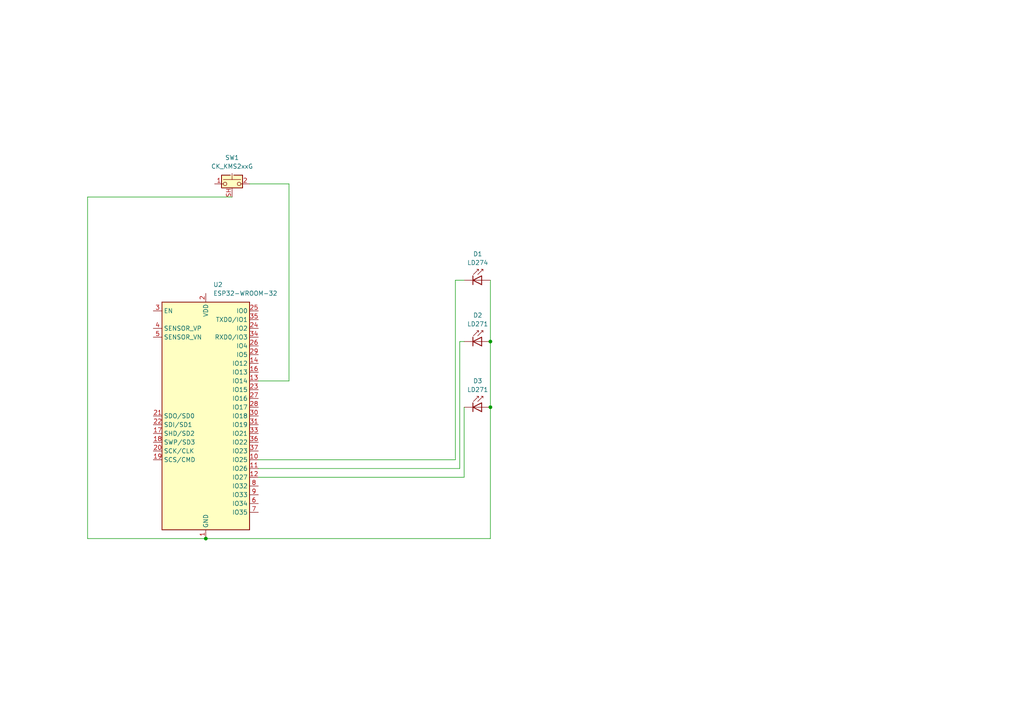
<source format=kicad_sch>
(kicad_sch
	(version 20250114)
	(generator "eeschema")
	(generator_version "9.0")
	(uuid "03b296f6-108b-46b8-b296-a5f8e48db2b1")
	(paper "A4")
	(lib_symbols
		(symbol "LED:LD271"
			(pin_numbers
				(hide yes)
			)
			(pin_names
				(offset 1.016)
				(hide yes)
			)
			(exclude_from_sim no)
			(in_bom yes)
			(on_board yes)
			(property "Reference" "D"
				(at 0.508 1.778 0)
				(effects
					(font
						(size 1.27 1.27)
					)
					(justify left)
				)
			)
			(property "Value" "LD271"
				(at -1.016 -2.794 0)
				(effects
					(font
						(size 1.27 1.27)
					)
				)
			)
			(property "Footprint" "LED_THT:LED_D5.0mm_IRGrey"
				(at 0 4.445 0)
				(effects
					(font
						(size 1.27 1.27)
					)
					(hide yes)
				)
			)
			(property "Datasheet" "http://www.alliedelec.com/m/d/40788c34903a719969df15f1fbea1056.pdf"
				(at -1.27 0 0)
				(effects
					(font
						(size 1.27 1.27)
					)
					(hide yes)
				)
			)
			(property "Description" "940nm IR-LED, 5mm"
				(at 0 0 0)
				(effects
					(font
						(size 1.27 1.27)
					)
					(hide yes)
				)
			)
			(property "ki_keywords" "IR LED"
				(at 0 0 0)
				(effects
					(font
						(size 1.27 1.27)
					)
					(hide yes)
				)
			)
			(property "ki_fp_filters" "LED*5.0mm*IRGrey*"
				(at 0 0 0)
				(effects
					(font
						(size 1.27 1.27)
					)
					(hide yes)
				)
			)
			(symbol "LD271_0_1"
				(polyline
					(pts
						(xy -2.54 1.27) (xy -2.54 -1.27)
					)
					(stroke
						(width 0.254)
						(type default)
					)
					(fill
						(type none)
					)
				)
				(polyline
					(pts
						(xy -2.413 1.651) (xy -0.889 3.175) (xy -0.889 2.667) (xy -0.889 3.175) (xy -1.397 3.175)
					)
					(stroke
						(width 0)
						(type default)
					)
					(fill
						(type none)
					)
				)
				(polyline
					(pts
						(xy -1.143 1.651) (xy 0.381 3.175) (xy 0.381 2.667)
					)
					(stroke
						(width 0)
						(type default)
					)
					(fill
						(type none)
					)
				)
				(polyline
					(pts
						(xy 0 0) (xy -2.54 0)
					)
					(stroke
						(width 0)
						(type default)
					)
					(fill
						(type none)
					)
				)
				(polyline
					(pts
						(xy 0 -1.27) (xy -2.54 0) (xy 0 1.27) (xy 0 -1.27)
					)
					(stroke
						(width 0.254)
						(type default)
					)
					(fill
						(type none)
					)
				)
				(polyline
					(pts
						(xy 0.381 3.175) (xy -0.127 3.175)
					)
					(stroke
						(width 0)
						(type default)
					)
					(fill
						(type none)
					)
				)
			)
			(symbol "LD271_1_1"
				(pin passive line
					(at -5.08 0 0)
					(length 2.54)
					(name "K"
						(effects
							(font
								(size 1.27 1.27)
							)
						)
					)
					(number "1"
						(effects
							(font
								(size 1.27 1.27)
							)
						)
					)
				)
				(pin passive line
					(at 2.54 0 180)
					(length 2.54)
					(name "A"
						(effects
							(font
								(size 1.27 1.27)
							)
						)
					)
					(number "2"
						(effects
							(font
								(size 1.27 1.27)
							)
						)
					)
				)
			)
			(embedded_fonts no)
		)
		(symbol "LED:LD274"
			(pin_numbers
				(hide yes)
			)
			(pin_names
				(offset 1.016)
				(hide yes)
			)
			(exclude_from_sim no)
			(in_bom yes)
			(on_board yes)
			(property "Reference" "D"
				(at 0.508 1.778 0)
				(effects
					(font
						(size 1.27 1.27)
					)
					(justify left)
				)
			)
			(property "Value" "LD274"
				(at -1.016 -2.794 0)
				(effects
					(font
						(size 1.27 1.27)
					)
				)
			)
			(property "Footprint" "LED_THT:LED_D5.0mm_IRGrey"
				(at 0 4.445 0)
				(effects
					(font
						(size 1.27 1.27)
					)
					(hide yes)
				)
			)
			(property "Datasheet" "http://pdf.datasheetcatalog.com/datasheet/siemens/LD274.pdf"
				(at -1.27 0 0)
				(effects
					(font
						(size 1.27 1.27)
					)
					(hide yes)
				)
			)
			(property "Description" "950nm IR-LED, 5mm"
				(at 0 0 0)
				(effects
					(font
						(size 1.27 1.27)
					)
					(hide yes)
				)
			)
			(property "ki_keywords" "IR LED"
				(at 0 0 0)
				(effects
					(font
						(size 1.27 1.27)
					)
					(hide yes)
				)
			)
			(property "ki_fp_filters" "LED*5.0mm*IRGrey*"
				(at 0 0 0)
				(effects
					(font
						(size 1.27 1.27)
					)
					(hide yes)
				)
			)
			(symbol "LD274_0_1"
				(polyline
					(pts
						(xy -2.54 1.27) (xy -2.54 -1.27)
					)
					(stroke
						(width 0.254)
						(type default)
					)
					(fill
						(type none)
					)
				)
				(polyline
					(pts
						(xy -2.413 1.651) (xy -0.889 3.175) (xy -0.889 2.667) (xy -0.889 3.175) (xy -1.397 3.175)
					)
					(stroke
						(width 0)
						(type default)
					)
					(fill
						(type none)
					)
				)
				(polyline
					(pts
						(xy -1.143 1.651) (xy 0.381 3.175) (xy 0.381 2.667)
					)
					(stroke
						(width 0)
						(type default)
					)
					(fill
						(type none)
					)
				)
				(polyline
					(pts
						(xy 0 0) (xy -2.54 0)
					)
					(stroke
						(width 0)
						(type default)
					)
					(fill
						(type none)
					)
				)
				(polyline
					(pts
						(xy 0 -1.27) (xy -2.54 0) (xy 0 1.27) (xy 0 -1.27)
					)
					(stroke
						(width 0.254)
						(type default)
					)
					(fill
						(type none)
					)
				)
				(polyline
					(pts
						(xy 0.381 3.175) (xy -0.127 3.175)
					)
					(stroke
						(width 0)
						(type default)
					)
					(fill
						(type none)
					)
				)
			)
			(symbol "LD274_1_1"
				(pin passive line
					(at -5.08 0 0)
					(length 2.54)
					(name "K"
						(effects
							(font
								(size 1.27 1.27)
							)
						)
					)
					(number "1"
						(effects
							(font
								(size 1.27 1.27)
							)
						)
					)
				)
				(pin passive line
					(at 2.54 0 180)
					(length 2.54)
					(name "A"
						(effects
							(font
								(size 1.27 1.27)
							)
						)
					)
					(number "2"
						(effects
							(font
								(size 1.27 1.27)
							)
						)
					)
				)
			)
			(embedded_fonts no)
		)
		(symbol "RF_Module:ESP32-WROOM-32"
			(exclude_from_sim no)
			(in_bom yes)
			(on_board yes)
			(property "Reference" "U"
				(at -12.7 34.29 0)
				(effects
					(font
						(size 1.27 1.27)
					)
					(justify left)
				)
			)
			(property "Value" "ESP32-WROOM-32"
				(at 1.27 34.29 0)
				(effects
					(font
						(size 1.27 1.27)
					)
					(justify left)
				)
			)
			(property "Footprint" "RF_Module:ESP32-WROOM-32"
				(at 0 -38.1 0)
				(effects
					(font
						(size 1.27 1.27)
					)
					(hide yes)
				)
			)
			(property "Datasheet" "https://www.espressif.com/sites/default/files/documentation/esp32-wroom-32_datasheet_en.pdf"
				(at -7.62 1.27 0)
				(effects
					(font
						(size 1.27 1.27)
					)
					(hide yes)
				)
			)
			(property "Description" "RF Module, ESP32-D0WDQ6 SoC, Wi-Fi 802.11b/g/n, Bluetooth, BLE, 32-bit, 2.7-3.6V, onboard antenna, SMD"
				(at 0 0 0)
				(effects
					(font
						(size 1.27 1.27)
					)
					(hide yes)
				)
			)
			(property "ki_keywords" "RF Radio BT ESP ESP32 Espressif onboard PCB antenna"
				(at 0 0 0)
				(effects
					(font
						(size 1.27 1.27)
					)
					(hide yes)
				)
			)
			(property "ki_fp_filters" "ESP32?WROOM?32*"
				(at 0 0 0)
				(effects
					(font
						(size 1.27 1.27)
					)
					(hide yes)
				)
			)
			(symbol "ESP32-WROOM-32_0_1"
				(rectangle
					(start -12.7 33.02)
					(end 12.7 -33.02)
					(stroke
						(width 0.254)
						(type default)
					)
					(fill
						(type background)
					)
				)
			)
			(symbol "ESP32-WROOM-32_1_1"
				(pin input line
					(at -15.24 30.48 0)
					(length 2.54)
					(name "EN"
						(effects
							(font
								(size 1.27 1.27)
							)
						)
					)
					(number "3"
						(effects
							(font
								(size 1.27 1.27)
							)
						)
					)
				)
				(pin input line
					(at -15.24 25.4 0)
					(length 2.54)
					(name "SENSOR_VP"
						(effects
							(font
								(size 1.27 1.27)
							)
						)
					)
					(number "4"
						(effects
							(font
								(size 1.27 1.27)
							)
						)
					)
				)
				(pin input line
					(at -15.24 22.86 0)
					(length 2.54)
					(name "SENSOR_VN"
						(effects
							(font
								(size 1.27 1.27)
							)
						)
					)
					(number "5"
						(effects
							(font
								(size 1.27 1.27)
							)
						)
					)
				)
				(pin bidirectional line
					(at -15.24 0 0)
					(length 2.54)
					(name "SDO/SD0"
						(effects
							(font
								(size 1.27 1.27)
							)
						)
					)
					(number "21"
						(effects
							(font
								(size 1.27 1.27)
							)
						)
					)
				)
				(pin bidirectional line
					(at -15.24 -2.54 0)
					(length 2.54)
					(name "SDI/SD1"
						(effects
							(font
								(size 1.27 1.27)
							)
						)
					)
					(number "22"
						(effects
							(font
								(size 1.27 1.27)
							)
						)
					)
				)
				(pin bidirectional line
					(at -15.24 -5.08 0)
					(length 2.54)
					(name "SHD/SD2"
						(effects
							(font
								(size 1.27 1.27)
							)
						)
					)
					(number "17"
						(effects
							(font
								(size 1.27 1.27)
							)
						)
					)
				)
				(pin bidirectional line
					(at -15.24 -7.62 0)
					(length 2.54)
					(name "SWP/SD3"
						(effects
							(font
								(size 1.27 1.27)
							)
						)
					)
					(number "18"
						(effects
							(font
								(size 1.27 1.27)
							)
						)
					)
				)
				(pin bidirectional line
					(at -15.24 -10.16 0)
					(length 2.54)
					(name "SCK/CLK"
						(effects
							(font
								(size 1.27 1.27)
							)
						)
					)
					(number "20"
						(effects
							(font
								(size 1.27 1.27)
							)
						)
					)
				)
				(pin bidirectional line
					(at -15.24 -12.7 0)
					(length 2.54)
					(name "SCS/CMD"
						(effects
							(font
								(size 1.27 1.27)
							)
						)
					)
					(number "19"
						(effects
							(font
								(size 1.27 1.27)
							)
						)
					)
				)
				(pin no_connect line
					(at -12.7 -27.94 0)
					(length 2.54)
					(hide yes)
					(name "NC"
						(effects
							(font
								(size 1.27 1.27)
							)
						)
					)
					(number "32"
						(effects
							(font
								(size 1.27 1.27)
							)
						)
					)
				)
				(pin power_in line
					(at 0 35.56 270)
					(length 2.54)
					(name "VDD"
						(effects
							(font
								(size 1.27 1.27)
							)
						)
					)
					(number "2"
						(effects
							(font
								(size 1.27 1.27)
							)
						)
					)
				)
				(pin power_in line
					(at 0 -35.56 90)
					(length 2.54)
					(name "GND"
						(effects
							(font
								(size 1.27 1.27)
							)
						)
					)
					(number "1"
						(effects
							(font
								(size 1.27 1.27)
							)
						)
					)
				)
				(pin passive line
					(at 0 -35.56 90)
					(length 2.54)
					(hide yes)
					(name "GND"
						(effects
							(font
								(size 1.27 1.27)
							)
						)
					)
					(number "15"
						(effects
							(font
								(size 1.27 1.27)
							)
						)
					)
				)
				(pin passive line
					(at 0 -35.56 90)
					(length 2.54)
					(hide yes)
					(name "GND"
						(effects
							(font
								(size 1.27 1.27)
							)
						)
					)
					(number "38"
						(effects
							(font
								(size 1.27 1.27)
							)
						)
					)
				)
				(pin passive line
					(at 0 -35.56 90)
					(length 2.54)
					(hide yes)
					(name "GND"
						(effects
							(font
								(size 1.27 1.27)
							)
						)
					)
					(number "39"
						(effects
							(font
								(size 1.27 1.27)
							)
						)
					)
				)
				(pin bidirectional line
					(at 15.24 30.48 180)
					(length 2.54)
					(name "IO0"
						(effects
							(font
								(size 1.27 1.27)
							)
						)
					)
					(number "25"
						(effects
							(font
								(size 1.27 1.27)
							)
						)
					)
				)
				(pin bidirectional line
					(at 15.24 27.94 180)
					(length 2.54)
					(name "TXD0/IO1"
						(effects
							(font
								(size 1.27 1.27)
							)
						)
					)
					(number "35"
						(effects
							(font
								(size 1.27 1.27)
							)
						)
					)
				)
				(pin bidirectional line
					(at 15.24 25.4 180)
					(length 2.54)
					(name "IO2"
						(effects
							(font
								(size 1.27 1.27)
							)
						)
					)
					(number "24"
						(effects
							(font
								(size 1.27 1.27)
							)
						)
					)
				)
				(pin bidirectional line
					(at 15.24 22.86 180)
					(length 2.54)
					(name "RXD0/IO3"
						(effects
							(font
								(size 1.27 1.27)
							)
						)
					)
					(number "34"
						(effects
							(font
								(size 1.27 1.27)
							)
						)
					)
				)
				(pin bidirectional line
					(at 15.24 20.32 180)
					(length 2.54)
					(name "IO4"
						(effects
							(font
								(size 1.27 1.27)
							)
						)
					)
					(number "26"
						(effects
							(font
								(size 1.27 1.27)
							)
						)
					)
				)
				(pin bidirectional line
					(at 15.24 17.78 180)
					(length 2.54)
					(name "IO5"
						(effects
							(font
								(size 1.27 1.27)
							)
						)
					)
					(number "29"
						(effects
							(font
								(size 1.27 1.27)
							)
						)
					)
				)
				(pin bidirectional line
					(at 15.24 15.24 180)
					(length 2.54)
					(name "IO12"
						(effects
							(font
								(size 1.27 1.27)
							)
						)
					)
					(number "14"
						(effects
							(font
								(size 1.27 1.27)
							)
						)
					)
				)
				(pin bidirectional line
					(at 15.24 12.7 180)
					(length 2.54)
					(name "IO13"
						(effects
							(font
								(size 1.27 1.27)
							)
						)
					)
					(number "16"
						(effects
							(font
								(size 1.27 1.27)
							)
						)
					)
				)
				(pin bidirectional line
					(at 15.24 10.16 180)
					(length 2.54)
					(name "IO14"
						(effects
							(font
								(size 1.27 1.27)
							)
						)
					)
					(number "13"
						(effects
							(font
								(size 1.27 1.27)
							)
						)
					)
				)
				(pin bidirectional line
					(at 15.24 7.62 180)
					(length 2.54)
					(name "IO15"
						(effects
							(font
								(size 1.27 1.27)
							)
						)
					)
					(number "23"
						(effects
							(font
								(size 1.27 1.27)
							)
						)
					)
				)
				(pin bidirectional line
					(at 15.24 5.08 180)
					(length 2.54)
					(name "IO16"
						(effects
							(font
								(size 1.27 1.27)
							)
						)
					)
					(number "27"
						(effects
							(font
								(size 1.27 1.27)
							)
						)
					)
				)
				(pin bidirectional line
					(at 15.24 2.54 180)
					(length 2.54)
					(name "IO17"
						(effects
							(font
								(size 1.27 1.27)
							)
						)
					)
					(number "28"
						(effects
							(font
								(size 1.27 1.27)
							)
						)
					)
				)
				(pin bidirectional line
					(at 15.24 0 180)
					(length 2.54)
					(name "IO18"
						(effects
							(font
								(size 1.27 1.27)
							)
						)
					)
					(number "30"
						(effects
							(font
								(size 1.27 1.27)
							)
						)
					)
				)
				(pin bidirectional line
					(at 15.24 -2.54 180)
					(length 2.54)
					(name "IO19"
						(effects
							(font
								(size 1.27 1.27)
							)
						)
					)
					(number "31"
						(effects
							(font
								(size 1.27 1.27)
							)
						)
					)
				)
				(pin bidirectional line
					(at 15.24 -5.08 180)
					(length 2.54)
					(name "IO21"
						(effects
							(font
								(size 1.27 1.27)
							)
						)
					)
					(number "33"
						(effects
							(font
								(size 1.27 1.27)
							)
						)
					)
				)
				(pin bidirectional line
					(at 15.24 -7.62 180)
					(length 2.54)
					(name "IO22"
						(effects
							(font
								(size 1.27 1.27)
							)
						)
					)
					(number "36"
						(effects
							(font
								(size 1.27 1.27)
							)
						)
					)
				)
				(pin bidirectional line
					(at 15.24 -10.16 180)
					(length 2.54)
					(name "IO23"
						(effects
							(font
								(size 1.27 1.27)
							)
						)
					)
					(number "37"
						(effects
							(font
								(size 1.27 1.27)
							)
						)
					)
				)
				(pin bidirectional line
					(at 15.24 -12.7 180)
					(length 2.54)
					(name "IO25"
						(effects
							(font
								(size 1.27 1.27)
							)
						)
					)
					(number "10"
						(effects
							(font
								(size 1.27 1.27)
							)
						)
					)
				)
				(pin bidirectional line
					(at 15.24 -15.24 180)
					(length 2.54)
					(name "IO26"
						(effects
							(font
								(size 1.27 1.27)
							)
						)
					)
					(number "11"
						(effects
							(font
								(size 1.27 1.27)
							)
						)
					)
				)
				(pin bidirectional line
					(at 15.24 -17.78 180)
					(length 2.54)
					(name "IO27"
						(effects
							(font
								(size 1.27 1.27)
							)
						)
					)
					(number "12"
						(effects
							(font
								(size 1.27 1.27)
							)
						)
					)
				)
				(pin bidirectional line
					(at 15.24 -20.32 180)
					(length 2.54)
					(name "IO32"
						(effects
							(font
								(size 1.27 1.27)
							)
						)
					)
					(number "8"
						(effects
							(font
								(size 1.27 1.27)
							)
						)
					)
				)
				(pin bidirectional line
					(at 15.24 -22.86 180)
					(length 2.54)
					(name "IO33"
						(effects
							(font
								(size 1.27 1.27)
							)
						)
					)
					(number "9"
						(effects
							(font
								(size 1.27 1.27)
							)
						)
					)
				)
				(pin input line
					(at 15.24 -25.4 180)
					(length 2.54)
					(name "IO34"
						(effects
							(font
								(size 1.27 1.27)
							)
						)
					)
					(number "6"
						(effects
							(font
								(size 1.27 1.27)
							)
						)
					)
				)
				(pin input line
					(at 15.24 -27.94 180)
					(length 2.54)
					(name "IO35"
						(effects
							(font
								(size 1.27 1.27)
							)
						)
					)
					(number "7"
						(effects
							(font
								(size 1.27 1.27)
							)
						)
					)
				)
			)
			(embedded_fonts no)
		)
		(symbol "Switch:CK_KMS2xxG"
			(pin_names
				(offset 1.016)
				(hide yes)
			)
			(exclude_from_sim no)
			(in_bom yes)
			(on_board yes)
			(property "Reference" "SW"
				(at 4.318 2.032 0)
				(effects
					(font
						(size 1.27 1.27)
					)
					(justify left)
				)
			)
			(property "Value" "CK_KMS2xxG"
				(at 0 4.572 0)
				(effects
					(font
						(size 1.27 1.27)
					)
				)
			)
			(property "Footprint" "Button_Switch_SMD:SW_SPST_CK_KMS2xxGP"
				(at 0 5.08 0)
				(effects
					(font
						(size 1.27 1.27)
					)
					(hide yes)
				)
			)
			(property "Datasheet" "https://www.ckswitches.com/media/1482/kms.pdf"
				(at 0 5.08 0)
				(effects
					(font
						(size 1.27 1.27)
					)
					(hide yes)
				)
			)
			(property "Description" "Microminiature SMT Side Actuated, 4.2 x 2.8 x 1.42mm, without pegs, with shield pin"
				(at 0 0 0)
				(effects
					(font
						(size 1.27 1.27)
					)
					(hide yes)
				)
			)
			(property "ki_keywords" "switch normally-open pushbutton push-button"
				(at 0 0 0)
				(effects
					(font
						(size 1.27 1.27)
					)
					(hide yes)
				)
			)
			(property "ki_fp_filters" "*SW*KMS2*G*"
				(at 0 0 0)
				(effects
					(font
						(size 1.27 1.27)
					)
					(hide yes)
				)
			)
			(symbol "CK_KMS2xxG_0_1"
				(circle
					(center -2.032 0)
					(radius 0.508)
					(stroke
						(width 0)
						(type default)
					)
					(fill
						(type none)
					)
				)
				(polyline
					(pts
						(xy 0 1.27) (xy 0 3.048)
					)
					(stroke
						(width 0)
						(type default)
					)
					(fill
						(type none)
					)
				)
				(polyline
					(pts
						(xy 0.508 2.54) (xy 3.048 2.54) (xy 3.048 -1.143) (xy -3.048 -1.143) (xy -3.048 2.54) (xy -0.508 2.54)
					)
					(stroke
						(width -0.0254)
						(type default)
					)
					(fill
						(type none)
					)
				)
				(polyline
					(pts
						(xy 0.508 2.54) (xy 3.048 2.54) (xy 3.048 -1.143) (xy -3.048 -1.143) (xy -3.048 2.54) (xy -0.508 2.54)
					)
					(stroke
						(width 0.254)
						(type default)
					)
					(fill
						(type none)
					)
				)
				(circle
					(center 2.032 0)
					(radius 0.508)
					(stroke
						(width 0)
						(type default)
					)
					(fill
						(type none)
					)
				)
				(polyline
					(pts
						(xy 2.54 1.27) (xy -2.54 1.27)
					)
					(stroke
						(width 0)
						(type default)
					)
					(fill
						(type none)
					)
				)
				(pin passive line
					(at -5.08 0 0)
					(length 2.54)
					(name "1"
						(effects
							(font
								(size 1.27 1.27)
							)
						)
					)
					(number "1"
						(effects
							(font
								(size 1.27 1.27)
							)
						)
					)
				)
				(pin passive line
					(at 5.08 0 180)
					(length 2.54)
					(name "2"
						(effects
							(font
								(size 1.27 1.27)
							)
						)
					)
					(number "2"
						(effects
							(font
								(size 1.27 1.27)
							)
						)
					)
				)
			)
			(symbol "CK_KMS2xxG_1_1"
				(rectangle
					(start -3.048 2.54)
					(end 3.048 -1.27)
					(stroke
						(width -0.0254)
						(type default)
					)
					(fill
						(type background)
					)
				)
				(pin passive line
					(at 0 -3.81 90)
					(length 2.54)
					(name "B"
						(effects
							(font
								(size 1.27 1.27)
							)
						)
					)
					(number "SH"
						(effects
							(font
								(size 1.27 1.27)
							)
						)
					)
				)
			)
			(embedded_fonts no)
		)
	)
	(junction
		(at 142.24 99.06)
		(diameter 0)
		(color 0 0 0 0)
		(uuid "8bd5268f-f484-4f0a-9b2c-2e6975e2231d")
	)
	(junction
		(at 59.69 156.21)
		(diameter 0)
		(color 0 0 0 0)
		(uuid "d3321f9d-524a-43f1-b24f-0aea2959eea7")
	)
	(junction
		(at 142.24 118.11)
		(diameter 0)
		(color 0 0 0 0)
		(uuid "d43f7da4-9211-489a-b051-9b14c1bb0697")
	)
	(wire
		(pts
			(xy 74.93 133.35) (xy 132.08 133.35)
		)
		(stroke
			(width 0)
			(type default)
		)
		(uuid "044d9768-ac2f-4f26-815d-3b99cddc8601")
	)
	(wire
		(pts
			(xy 142.24 156.21) (xy 59.69 156.21)
		)
		(stroke
			(width 0)
			(type default)
		)
		(uuid "103f8b52-27dd-43f2-9ece-22419924e064")
	)
	(wire
		(pts
			(xy 132.08 133.35) (xy 132.08 81.28)
		)
		(stroke
			(width 0)
			(type default)
		)
		(uuid "2db95a06-175b-430f-8996-488f2d3dc7ca")
	)
	(wire
		(pts
			(xy 134.62 138.43) (xy 134.62 118.11)
		)
		(stroke
			(width 0)
			(type default)
		)
		(uuid "4384f142-43b7-4db9-aacd-92027233ae20")
	)
	(wire
		(pts
			(xy 133.35 135.89) (xy 133.35 99.06)
		)
		(stroke
			(width 0)
			(type default)
		)
		(uuid "5e10abce-4466-4c60-ad53-6595ad7e30b3")
	)
	(wire
		(pts
			(xy 59.69 156.21) (xy 25.4 156.21)
		)
		(stroke
			(width 0)
			(type default)
		)
		(uuid "63c8671c-f1ab-45a5-b8c5-2a1b00ea0468")
	)
	(wire
		(pts
			(xy 132.08 81.28) (xy 134.62 81.28)
		)
		(stroke
			(width 0)
			(type default)
		)
		(uuid "7bbaf3ca-1a90-4eaf-85eb-66e565d43699")
	)
	(wire
		(pts
			(xy 74.93 110.49) (xy 83.82 110.49)
		)
		(stroke
			(width 0)
			(type default)
		)
		(uuid "8d16be3d-b39b-4a95-b477-071c6bd6a33c")
	)
	(wire
		(pts
			(xy 83.82 53.34) (xy 72.39 53.34)
		)
		(stroke
			(width 0)
			(type default)
		)
		(uuid "9721c3b0-890d-49f6-a397-383aa50fceb3")
	)
	(wire
		(pts
			(xy 74.93 138.43) (xy 134.62 138.43)
		)
		(stroke
			(width 0)
			(type default)
		)
		(uuid "b5fe9790-d6c0-444a-82d8-2a7cd890c580")
	)
	(wire
		(pts
			(xy 83.82 110.49) (xy 83.82 53.34)
		)
		(stroke
			(width 0)
			(type default)
		)
		(uuid "c5ab461f-b3e7-4dff-843e-f3ab0e8b7886")
	)
	(wire
		(pts
			(xy 142.24 118.11) (xy 142.24 156.21)
		)
		(stroke
			(width 0)
			(type default)
		)
		(uuid "d09ba999-e39a-4891-b662-96af70fc722a")
	)
	(wire
		(pts
			(xy 142.24 99.06) (xy 142.24 118.11)
		)
		(stroke
			(width 0)
			(type default)
		)
		(uuid "e10c3e0c-281f-4c1c-9473-a51d7485a6df")
	)
	(wire
		(pts
			(xy 142.24 81.28) (xy 142.24 99.06)
		)
		(stroke
			(width 0)
			(type default)
		)
		(uuid "e25051f8-c81a-490c-9d72-a66d499a89aa")
	)
	(wire
		(pts
			(xy 25.4 57.15) (xy 67.31 57.15)
		)
		(stroke
			(width 0)
			(type default)
		)
		(uuid "e5234ebd-6d0d-4a87-bd05-ba2d6f8286b7")
	)
	(wire
		(pts
			(xy 74.93 135.89) (xy 133.35 135.89)
		)
		(stroke
			(width 0)
			(type default)
		)
		(uuid "f299e92f-53ae-4298-8cfe-00d683c8284d")
	)
	(wire
		(pts
			(xy 25.4 156.21) (xy 25.4 57.15)
		)
		(stroke
			(width 0)
			(type default)
		)
		(uuid "fd458379-3083-42b1-aed3-595aa3897742")
	)
	(wire
		(pts
			(xy 133.35 99.06) (xy 134.62 99.06)
		)
		(stroke
			(width 0)
			(type default)
		)
		(uuid "ffcc0d56-b2d9-40d6-8b05-c651d4cfbde0")
	)
	(symbol
		(lib_id "LED:LD271")
		(at 139.7 99.06 0)
		(unit 1)
		(exclude_from_sim no)
		(in_bom yes)
		(on_board yes)
		(dnp no)
		(fields_autoplaced yes)
		(uuid "035e54d2-e733-4ad5-bc5e-1737da038de2")
		(property "Reference" "D2"
			(at 138.557 91.44 0)
			(effects
				(font
					(size 1.27 1.27)
				)
			)
		)
		(property "Value" "LD271"
			(at 138.557 93.98 0)
			(effects
				(font
					(size 1.27 1.27)
				)
			)
		)
		(property "Footprint" "LED_THT:LED_D5.0mm_IRGrey"
			(at 139.7 94.615 0)
			(effects
				(font
					(size 1.27 1.27)
				)
				(hide yes)
			)
		)
		(property "Datasheet" "http://www.alliedelec.com/m/d/40788c34903a719969df15f1fbea1056.pdf"
			(at 138.43 99.06 0)
			(effects
				(font
					(size 1.27 1.27)
				)
				(hide yes)
			)
		)
		(property "Description" "940nm IR-LED, 5mm"
			(at 139.7 99.06 0)
			(effects
				(font
					(size 1.27 1.27)
				)
				(hide yes)
			)
		)
		(pin "1"
			(uuid "16754547-be93-4473-a2aa-0e6a85a677ab")
		)
		(pin "2"
			(uuid "5c689c2d-20a5-42e9-9d13-1df92e32c1db")
		)
		(instances
			(project ""
				(path "/03b296f6-108b-46b8-b296-a5f8e48db2b1"
					(reference "D2")
					(unit 1)
				)
			)
		)
	)
	(symbol
		(lib_id "Switch:CK_KMS2xxG")
		(at 67.31 53.34 0)
		(unit 1)
		(exclude_from_sim no)
		(in_bom yes)
		(on_board yes)
		(dnp no)
		(fields_autoplaced yes)
		(uuid "31021aed-cec5-4560-8fed-72d6842e4ad1")
		(property "Reference" "SW1"
			(at 67.31 45.72 0)
			(effects
				(font
					(size 1.27 1.27)
				)
			)
		)
		(property "Value" "CK_KMS2xxG"
			(at 67.31 48.26 0)
			(effects
				(font
					(size 1.27 1.27)
				)
			)
		)
		(property "Footprint" "Button_Switch_SMD:SW_SPST_CK_KMS2xxGP"
			(at 67.31 48.26 0)
			(effects
				(font
					(size 1.27 1.27)
				)
				(hide yes)
			)
		)
		(property "Datasheet" "https://www.ckswitches.com/media/1482/kms.pdf"
			(at 67.31 48.26 0)
			(effects
				(font
					(size 1.27 1.27)
				)
				(hide yes)
			)
		)
		(property "Description" "Microminiature SMT Side Actuated, 4.2 x 2.8 x 1.42mm, without pegs, with shield pin"
			(at 67.31 53.34 0)
			(effects
				(font
					(size 1.27 1.27)
				)
				(hide yes)
			)
		)
		(pin "1"
			(uuid "9f4ab17d-9861-4caf-96f1-cae8e77d0a86")
		)
		(pin "2"
			(uuid "45d844d4-a288-461c-a73d-ec7c0c6fcc97")
		)
		(pin "SH"
			(uuid "2a330836-d4c1-4814-8121-37f2a48b354a")
		)
		(instances
			(project ""
				(path "/03b296f6-108b-46b8-b296-a5f8e48db2b1"
					(reference "SW1")
					(unit 1)
				)
			)
		)
	)
	(symbol
		(lib_id "LED:LD271")
		(at 139.7 118.11 0)
		(unit 1)
		(exclude_from_sim no)
		(in_bom yes)
		(on_board yes)
		(dnp no)
		(fields_autoplaced yes)
		(uuid "c612538c-0300-4634-98a7-54ac479c00f3")
		(property "Reference" "D3"
			(at 138.557 110.49 0)
			(effects
				(font
					(size 1.27 1.27)
				)
			)
		)
		(property "Value" "LD271"
			(at 138.557 113.03 0)
			(effects
				(font
					(size 1.27 1.27)
				)
			)
		)
		(property "Footprint" "LED_THT:LED_D5.0mm_IRGrey"
			(at 139.7 113.665 0)
			(effects
				(font
					(size 1.27 1.27)
				)
				(hide yes)
			)
		)
		(property "Datasheet" "http://www.alliedelec.com/m/d/40788c34903a719969df15f1fbea1056.pdf"
			(at 138.43 118.11 0)
			(effects
				(font
					(size 1.27 1.27)
				)
				(hide yes)
			)
		)
		(property "Description" "940nm IR-LED, 5mm"
			(at 139.7 118.11 0)
			(effects
				(font
					(size 1.27 1.27)
				)
				(hide yes)
			)
		)
		(pin "2"
			(uuid "a20ca82f-177c-480a-9fd2-aebb126f8781")
		)
		(pin "1"
			(uuid "56ca7ab5-7851-4427-8349-c7a3759bd65a")
		)
		(instances
			(project ""
				(path "/03b296f6-108b-46b8-b296-a5f8e48db2b1"
					(reference "D3")
					(unit 1)
				)
			)
		)
	)
	(symbol
		(lib_id "LED:LD274")
		(at 139.7 81.28 0)
		(unit 1)
		(exclude_from_sim no)
		(in_bom yes)
		(on_board yes)
		(dnp no)
		(fields_autoplaced yes)
		(uuid "cc8ea0fe-c555-4bba-943c-a183de325032")
		(property "Reference" "D1"
			(at 138.557 73.66 0)
			(effects
				(font
					(size 1.27 1.27)
				)
			)
		)
		(property "Value" "LD274"
			(at 138.557 76.2 0)
			(effects
				(font
					(size 1.27 1.27)
				)
			)
		)
		(property "Footprint" "LED_THT:LED_D5.0mm_IRGrey"
			(at 139.7 76.835 0)
			(effects
				(font
					(size 1.27 1.27)
				)
				(hide yes)
			)
		)
		(property "Datasheet" "http://pdf.datasheetcatalog.com/datasheet/siemens/LD274.pdf"
			(at 138.43 81.28 0)
			(effects
				(font
					(size 1.27 1.27)
				)
				(hide yes)
			)
		)
		(property "Description" "950nm IR-LED, 5mm"
			(at 139.7 81.28 0)
			(effects
				(font
					(size 1.27 1.27)
				)
				(hide yes)
			)
		)
		(pin "2"
			(uuid "b5114115-1fc6-4526-a239-5d7c427cdafb")
		)
		(pin "1"
			(uuid "d52890f0-e3bb-4e33-9a70-d80688e2caa0")
		)
		(instances
			(project ""
				(path "/03b296f6-108b-46b8-b296-a5f8e48db2b1"
					(reference "D1")
					(unit 1)
				)
			)
		)
	)
	(symbol
		(lib_id "RF_Module:ESP32-WROOM-32")
		(at 59.69 120.65 0)
		(unit 1)
		(exclude_from_sim no)
		(in_bom yes)
		(on_board yes)
		(dnp no)
		(fields_autoplaced yes)
		(uuid "ceeb4854-7bb7-4eb1-b3aa-6cde2dc35770")
		(property "Reference" "U2"
			(at 61.8333 82.55 0)
			(effects
				(font
					(size 1.27 1.27)
				)
				(justify left)
			)
		)
		(property "Value" "ESP32-WROOM-32"
			(at 61.8333 85.09 0)
			(effects
				(font
					(size 1.27 1.27)
				)
				(justify left)
			)
		)
		(property "Footprint" "RF_Module:ESP32-WROOM-32"
			(at 59.69 158.75 0)
			(effects
				(font
					(size 1.27 1.27)
				)
				(hide yes)
			)
		)
		(property "Datasheet" "https://www.espressif.com/sites/default/files/documentation/esp32-wroom-32_datasheet_en.pdf"
			(at 52.07 119.38 0)
			(effects
				(font
					(size 1.27 1.27)
				)
				(hide yes)
			)
		)
		(property "Description" "RF Module, ESP32-D0WDQ6 SoC, Wi-Fi 802.11b/g/n, Bluetooth, BLE, 32-bit, 2.7-3.6V, onboard antenna, SMD"
			(at 59.69 120.65 0)
			(effects
				(font
					(size 1.27 1.27)
				)
				(hide yes)
			)
		)
		(pin "26"
			(uuid "9c3bd7f0-95cf-4f12-94c2-ce5856ca4c07")
		)
		(pin "22"
			(uuid "bee07338-a3f0-49a5-b6bb-9ab84bde0d87")
		)
		(pin "29"
			(uuid "b2fe162e-a0d3-42b2-aae0-fc5c38a7180a")
		)
		(pin "4"
			(uuid "210e56c1-7093-4be4-a49c-0070ce9a98d1")
		)
		(pin "5"
			(uuid "25078db2-654c-4da3-bb28-a2f6e1f78ae6")
		)
		(pin "3"
			(uuid "e0836dbe-d4ad-49e9-9399-5e0d953c4a2f")
		)
		(pin "16"
			(uuid "57b1e94d-8f98-4f07-9316-dc837e3eb00c")
		)
		(pin "30"
			(uuid "8e699e8d-0d85-422d-aa15-9a656838d936")
		)
		(pin "21"
			(uuid "531085b8-32cc-42b6-ba21-8ac2c53408ba")
		)
		(pin "36"
			(uuid "2d7a288b-4ede-47de-8dd4-24c24b16fe47")
		)
		(pin "38"
			(uuid "9442d735-1489-4f3f-8052-27e30223c23a")
		)
		(pin "11"
			(uuid "071c7a0f-195f-447f-9bbd-407c287b949c")
		)
		(pin "17"
			(uuid "4a77e22a-dd1b-4773-b3d2-08ba9619a5df")
		)
		(pin "1"
			(uuid "68a3977c-eb9b-4579-9f0a-87b8c7ae667d")
		)
		(pin "18"
			(uuid "b1676ab9-8503-4b4d-a942-ec1d658bd614")
		)
		(pin "35"
			(uuid "959c3afa-fed8-4c2d-8e53-43dfe2e12c90")
		)
		(pin "25"
			(uuid "75800adf-a367-4d88-ae4e-f187d8621b6e")
		)
		(pin "15"
			(uuid "9a367509-8d56-4a8c-8479-43aa1b5c4551")
		)
		(pin "39"
			(uuid "4640b641-012f-46a2-872d-095a81801466")
		)
		(pin "19"
			(uuid "fbbec15f-2cb3-4552-9985-67039bd6bca8")
		)
		(pin "24"
			(uuid "09f5ad53-d2be-47a4-b2f5-becf565bcaf9")
		)
		(pin "20"
			(uuid "9f2a1261-09ad-41a4-9ffa-e04d7a13a19a")
		)
		(pin "2"
			(uuid "e9d58673-da91-4509-9011-0931c5163efb")
		)
		(pin "32"
			(uuid "ce0d771f-99cf-4b31-a6cc-0594c4951f82")
		)
		(pin "34"
			(uuid "7cc8257d-f3b4-438f-bb6c-1d5ee84f4d1d")
		)
		(pin "14"
			(uuid "624e56df-be9b-45c3-a3aa-c4b445c2622d")
		)
		(pin "13"
			(uuid "8c2d64a8-52fa-4dfe-9663-4eb37dbc5408")
		)
		(pin "23"
			(uuid "429257c8-a9ca-4a4a-9135-5f6d452a4696")
		)
		(pin "27"
			(uuid "96bbbcf4-0a28-4fd2-90a7-b679cc97f84d")
		)
		(pin "28"
			(uuid "e09490e1-e8fe-4ce4-8b4d-c45b0f860998")
		)
		(pin "31"
			(uuid "4b8b5078-1404-49b8-a083-2871c201d9ad")
		)
		(pin "33"
			(uuid "fb1c6bb5-cb8b-4d7c-83e9-f91d6258b437")
		)
		(pin "37"
			(uuid "45036337-f006-48d6-923a-afb0efbbdc74")
		)
		(pin "10"
			(uuid "629ddd57-c50a-48c6-8565-4b7ad0c2f318")
		)
		(pin "12"
			(uuid "1ced2a64-2954-4f00-b8a2-36b7c409f97c")
		)
		(pin "6"
			(uuid "a7ad2d90-1b91-48dc-ab27-aa9e7c69629d")
		)
		(pin "9"
			(uuid "f0920c5e-9753-4d8c-860f-c176c0158ca4")
		)
		(pin "8"
			(uuid "04972f32-d93d-4e50-bbd4-fc74605cc58d")
		)
		(pin "7"
			(uuid "eabf39bd-3840-4921-a7b5-9a9a81b6cec3")
		)
		(instances
			(project ""
				(path "/03b296f6-108b-46b8-b296-a5f8e48db2b1"
					(reference "U2")
					(unit 1)
				)
			)
		)
	)
	(sheet_instances
		(path "/"
			(page "1")
		)
	)
	(embedded_fonts no)
)

</source>
